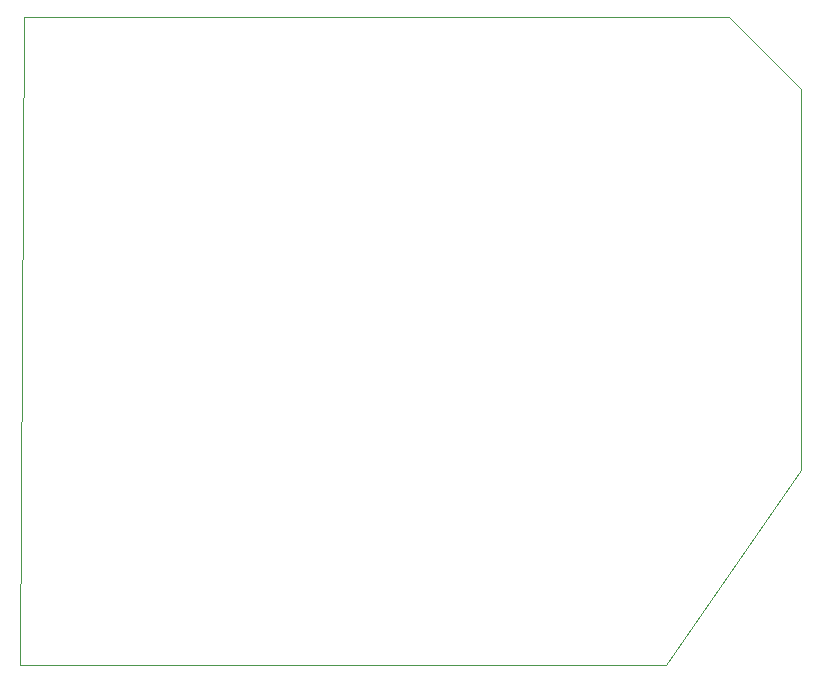
<source format=gbr>
%TF.GenerationSoftware,KiCad,Pcbnew,9.0.6*%
%TF.CreationDate,2025-12-02T12:48:08-05:00*%
%TF.ProjectId,ControlBoard,436f6e74-726f-46c4-926f-6172642e6b69,rev?*%
%TF.SameCoordinates,Original*%
%TF.FileFunction,Profile,NP*%
%FSLAX46Y46*%
G04 Gerber Fmt 4.6, Leading zero omitted, Abs format (unit mm)*
G04 Created by KiCad (PCBNEW 9.0.6) date 2025-12-02 12:48:08*
%MOMM*%
%LPD*%
G01*
G04 APERTURE LIST*
%TA.AperFunction,Profile*%
%ADD10C,0.050000*%
%TD*%
G04 APERTURE END LIST*
D10*
X178090000Y-113230000D02*
X166710000Y-129820000D01*
X172044100Y-74890000D02*
X178090000Y-81030000D01*
X111990000Y-129820000D02*
X112375000Y-74890000D01*
X166710000Y-129820000D02*
X111990000Y-129820000D01*
X178090000Y-81030000D02*
X178090000Y-113230000D01*
X112375000Y-74890000D02*
X172044100Y-74890000D01*
M02*

</source>
